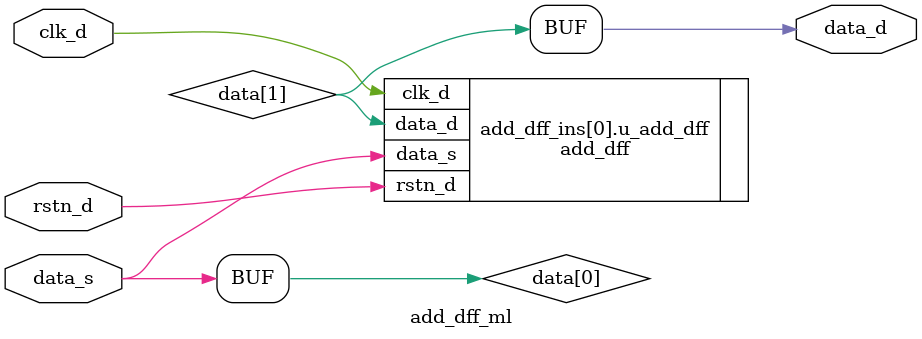
<source format=v>
module add_dff_ml#(
    parameter DATA_WIDTH  = 1,
    parameter NUM_LEVELS  = 1
)

(
    // Outputs
    data_d,
    // Inputs
    data_s,
    clk_d,
    rstn_d
    );


    input [DATA_WIDTH-1:0]  data_s;   // data vector in source domain, to be synced
    input                   clk_d;    // clock in destination domain
    input                   rstn_d;   // async reset in destination domain, active low
    output [DATA_WIDTH-1:0] data_d;   // data vector in destination domain

wire [DATA_WIDTH-1:0] data[NUM_LEVELS:0];
assign data_d = data[NUM_LEVELS];
assign data[0]=data_s;
genvar i;
generate for (i=0; i<NUM_LEVELS;i=i+1) begin: add_dff_ins
    add_dff #(DATA_WIDTH) u_add_dff(
        .clk_d(clk_d),
        .rstn_d(rstn_d),
        .data_s(data[i]),
        .data_d(data[i+1])
        );
    end 
endgenerate 

endmodule

</source>
